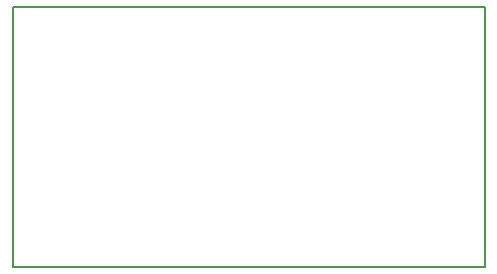
<source format=gm1>
G04*
G04 #@! TF.GenerationSoftware,Altium Limited,Altium Designer,21.6.4 (81)*
G04*
G04 Layer_Color=16711935*
%FSLAX44Y44*%
%MOMM*%
G71*
G04*
G04 #@! TF.SameCoordinates,75E8EA60-7A1B-4F35-BD82-ACC1B6EDD98F*
G04*
G04*
G04 #@! TF.FilePolarity,Positive*
G04*
G01*
G75*
%ADD10C,0.1270*%
D10*
X0Y220000D02*
X400000Y220000D01*
X0Y-0D02*
X400000Y0D01*
X0Y-0D02*
Y220000D01*
X400000Y0D02*
Y220000D01*
M02*

</source>
